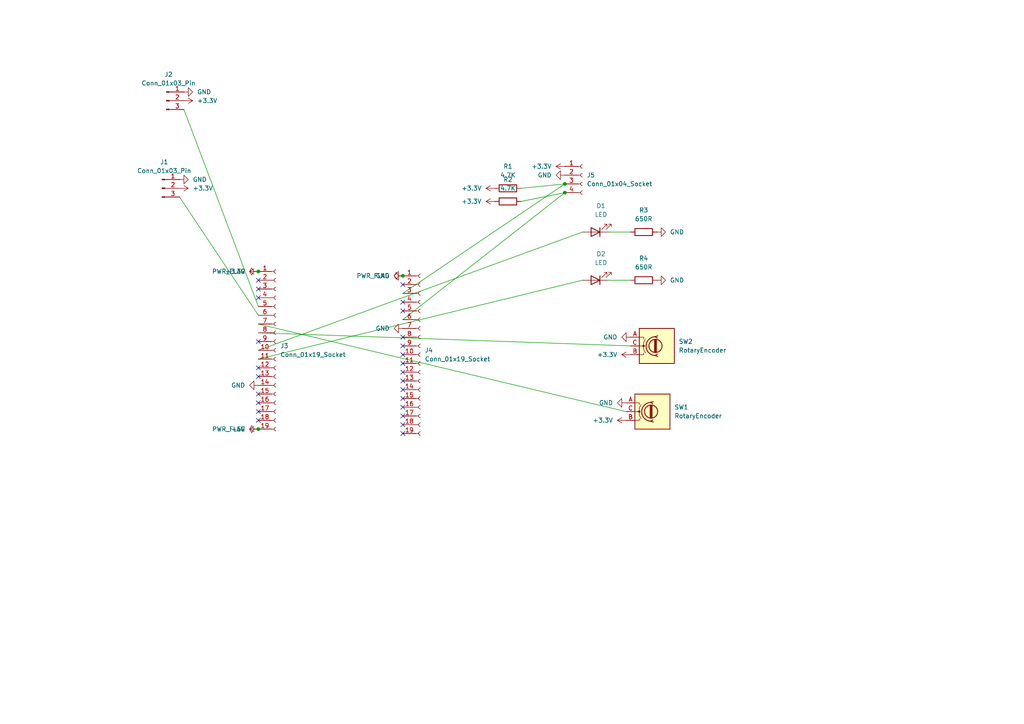
<source format=kicad_sch>
(kicad_sch (version 20250114) (generator "eeschema") (generator_version "9.0")
  (paper "A4")
  (lib_symbols
    (symbol "Connector:Conn_01x03_Pin" (pin_names (offset 1.016) (hide yes))
      (property "Reference" "J" (at 0 5.08 0))
      (property "Value" "Conn_01x03_Pin" (at 0 -5.08 0))
      (symbol "Conn_01x03_Pin_1_1"
        (rectangle (start 0.8636 2.667) (end 0 2.413) (stroke (width 0.1524)) (fill (type outline)))
        (rectangle (start 0.8636 0.127) (end 0 -0.127) (stroke (width 0.1524)) (fill (type outline)))
        (rectangle (start 0.8636 -2.413) (end 0 -2.667) (stroke (width 0.1524)) (fill (type outline)))
        (polyline (pts (xy 1.27 2.54) (xy 0.8636 2.54)) (stroke (width 0.1524)))
        (polyline (pts (xy 1.27 0) (xy 0.8636 0)) (stroke (width 0.1524)))
        (polyline (pts (xy 1.27 -2.54) (xy 0.8636 -2.54)) (stroke (width 0.1524)))
        (pin passive line (at 5.08 2.54 180) (length 3.81) (name "Pin_1") (number "1"))
        (pin passive line (at 5.08 0 180) (length 3.81) (name "Pin_2") (number "2"))
        (pin passive line (at 5.08 -2.54 180) (length 3.81) (name "Pin_3") (number "3"))
      )
    )
    (symbol "Connector:Conn_01x04_Socket" (pin_names (offset 1.016) (hide yes))
      (property "Reference" "J" (at 0 5.08 0))
      (property "Value" "Conn_01x04_Socket" (at 0 -7.62 0))
      (symbol "Conn_01x04_Socket_1_1"
        (polyline (pts (xy -1.27 2.54) (xy -0.508 2.54)) (stroke (width 0.1524)))
        (polyline (pts (xy -1.27 0) (xy -0.508 0)) (stroke (width 0.1524)))
        (polyline (pts (xy -1.27 -2.54) (xy -0.508 -2.54)) (stroke (width 0.1524)))
        (polyline (pts (xy -1.27 -5.08) (xy -0.508 -5.08)) (stroke (width 0.1524)))
        (arc (start 0 2.032) (mid -0.5058 2.54) (end 0 3.048) (stroke (width 0.1524)))
        (arc (start 0 -0.508) (mid -0.5058 0) (end 0 0.508) (stroke (width 0.1524)))
        (arc (start 0 -3.048) (mid -0.5058 -2.54) (end 0 -2.032) (stroke (width 0.1524)))
        (arc (start 0 -5.588) (mid -0.5058 -5.08) (end 0 -4.572) (stroke (width 0.1524)))
        (pin passive line (at -5.08 2.54 0) (length 3.81) (name "Pin_1") (number "1"))
        (pin passive line (at -5.08 0 0) (length 3.81) (name "Pin_2") (number "2"))
        (pin passive line (at -5.08 -2.54 0) (length 3.81) (name "Pin_3") (number "3"))
        (pin passive line (at -5.08 -5.08 0) (length 3.81) (name "Pin_4") (number "4"))
      )
    )
    (symbol "Connector:Conn_01x19_Socket" (pin_names (offset 1.016) (hide yes))
      (property "Reference" "J" (at 0 25.4 0))
      (property "Value" "Conn_01x19_Socket" (at 0 -25.4 0))
      (symbol "Conn_01x19_Socket_1_1"
        (polyline (pts (xy -1.27 22.86) (xy -0.508 22.86)) (stroke (width 0.1524)))
        (polyline (pts (xy -1.27 20.32) (xy -0.508 20.32)) (stroke (width 0.1524)))
        (polyline (pts (xy -1.27 17.78) (xy -0.508 17.78)) (stroke (width 0.1524)))
        (polyline (pts (xy -1.27 15.24) (xy -0.508 15.24)) (stroke (width 0.1524)))
        (polyline (pts (xy -1.27 12.7) (xy -0.508 12.7)) (stroke (width 0.1524)))
        (polyline (pts (xy -1.27 10.16) (xy -0.508 10.16)) (stroke (width 0.1524)))
        (polyline (pts (xy -1.27 7.62) (xy -0.508 7.62)) (stroke (width 0.1524)))
        (polyline (pts (xy -1.27 5.08) (xy -0.508 5.08)) (stroke (width 0.1524)))
        (polyline (pts (xy -1.27 2.54) (xy -0.508 2.54)) (stroke (width 0.1524)))
        (polyline (pts (xy -1.27 0) (xy -0.508 0)) (stroke (width 0.1524)))
        (polyline (pts (xy -1.27 -2.54) (xy -0.508 -2.54)) (stroke (width 0.1524)))
        (polyline (pts (xy -1.27 -5.08) (xy -0.508 -5.08)) (stroke (width 0.1524)))
        (polyline (pts (xy -1.27 -7.62) (xy -0.508 -7.62)) (stroke (width 0.1524)))
        (polyline (pts (xy -1.27 -10.16) (xy -0.508 -10.16)) (stroke (width 0.1524)))
        (polyline (pts (xy -1.27 -12.7) (xy -0.508 -12.7)) (stroke (width 0.1524)))
        (polyline (pts (xy -1.27 -15.24) (xy -0.508 -15.24)) (stroke (width 0.1524)))
        (polyline (pts (xy -1.27 -17.78) (xy -0.508 -17.78)) (stroke (width 0.1524)))
        (polyline (pts (xy -1.27 -20.32) (xy -0.508 -20.32)) (stroke (width 0.1524)))
        (polyline (pts (xy -1.27 -22.86) (xy -0.508 -22.86)) (stroke (width 0.1524)))
        (arc (start 0 22.352) (mid -0.5058 22.86) (end 0 23.368) (stroke (width 0.1524)))
        (arc (start 0 19.812) (mid -0.5058 20.32) (end 0 20.828) (stroke (width 0.1524)))
        (arc (start 0 17.272) (mid -0.5058 17.78) (end 0 18.288) (stroke (width 0.1524)))
        (arc (start 0 14.732) (mid -0.5058 15.24) (end 0 15.748) (stroke (width 0.1524)))
        (arc (start 0 12.192) (mid -0.5058 12.7) (end 0 13.208) (stroke (width 0.1524)))
        (arc (start 0 9.652) (mid -0.5058 10.16) (end 0 10.668) (stroke (width 0.1524)))
        (arc (start 0 7.112) (mid -0.5058 7.62) (end 0 8.128) (stroke (width 0.1524)))
        (arc (start 0 4.572) (mid -0.5058 5.08) (end 0 5.588) (stroke (width 0.1524)))
        (arc (start 0 2.032) (mid -0.5058 2.54) (end 0 3.048) (stroke (width 0.1524)))
        (arc (start 0 -0.508) (mid -0.5058 0) (end 0 0.508) (stroke (width 0.1524)))
        (arc (start 0 -3.048) (mid -0.5058 -2.54) (end 0 -2.032) (stroke (width 0.1524)))
        (arc (start 0 -5.588) (mid -0.5058 -5.08) (end 0 -4.572) (stroke (width 0.1524)))
        (arc (start 0 -8.128) (mid -0.5058 -7.62) (end 0 -7.112) (stroke (width 0.1524)))
        (arc (start 0 -10.668) (mid -0.5058 -10.16) (end 0 -9.652) (stroke (width 0.1524)))
        (arc (start 0 -13.208) (mid -0.5058 -12.7) (end 0 -12.192) (stroke (width 0.1524)))
        (arc (start 0 -15.748) (mid -0.5058 -15.24) (end 0 -14.732) (stroke (width 0.1524)))
        (arc (start 0 -18.288) (mid -0.5058 -17.78) (end 0 -17.272) (stroke (width 0.1524)))
        (arc (start 0 -20.828) (mid -0.5058 -20.32) (end 0 -19.812) (stroke (width 0.1524)))
        (arc (start 0 -23.368) (mid -0.5058 -22.86) (end 0 -22.352) (stroke (width 0.1524)))
        (pin passive line (at -5.08 22.86 0) (length 3.81) (name "Pin_1") (number "1"))
        (pin passive line (at -5.08 20.32 0) (length 3.81) (name "Pin_2") (number "2"))
        (pin passive line (at -5.08 17.78 0) (length 3.81) (name "Pin_3") (number "3"))
        (pin passive line (at -5.08 15.24 0) (length 3.81) (name "Pin_4") (number "4"))
        (pin passive line (at -5.08 12.7 0) (length 3.81) (name "Pin_5") (number "5"))
        (pin passive line (at -5.08 10.16 0) (length 3.81) (name "Pin_6") (number "6"))
        (pin passive line (at -5.08 7.62 0) (length 3.81) (name "Pin_7") (number "7"))
        (pin passive line (at -5.08 5.08 0) (length 3.81) (name "Pin_8") (number "8"))
        (pin passive line (at -5.08 2.54 0) (length 3.81) (name "Pin_9") (number "9"))
        (pin passive line (at -5.08 0 0) (length 3.81) (name "Pin_10") (number "10"))
        (pin passive line (at -5.08 -2.54 0) (length 3.81) (name "Pin_11") (number "11"))
        (pin passive line (at -5.08 -5.08 0) (length 3.81) (name "Pin_12") (number "12"))
        (pin passive line (at -5.08 -7.62 0) (length 3.81) (name "Pin_13") (number "13"))
        (pin passive line (at -5.08 -10.16 0) (length 3.81) (name "Pin_14") (number "14"))
        (pin passive line (at -5.08 -12.7 0) (length 3.81) (name "Pin_15") (number "15"))
        (pin passive line (at -5.08 -15.24 0) (length 3.81) (name "Pin_16") (number "16"))
        (pin passive line (at -5.08 -17.78 0) (length 3.81) (name "Pin_17") (number "17"))
        (pin passive line (at -5.08 -20.32 0) (length 3.81) (name "Pin_18") (number "18"))
        (pin passive line (at -5.08 -22.86 0) (length 3.81) (name "Pin_19") (number "19"))
      )
    )
    (symbol "Device:LED" (pin_numbers (hide yes)) (pin_names (offset 1.016) (hide yes))
      (property "Reference" "D" (at 0 2.54 0))
      (property "Value" "LED" (at 0 -2.54 0))
      (symbol "LED_0_1"
        (polyline (pts (xy -3.048 -0.762) (xy -4.572 -2.286) (xy -3.81 -2.286) (xy -4.572 -2.286) (xy -4.572 -1.524)))
        (polyline (pts (xy -1.778 -0.762) (xy -3.302 -2.286) (xy -2.54 -2.286) (xy -3.302 -2.286) (xy -3.302 -1.524)))
        (polyline (pts (xy -1.27 0) (xy 1.27 0)))
        (polyline (pts (xy -1.27 -1.27) (xy -1.27 1.27)) (stroke (width 0.254)))
        (polyline (pts (xy 1.27 -1.27) (xy 1.27 1.27) (xy -1.27 0) (xy 1.27 -1.27)) (stroke (width 0.254)))
      )
      (symbol "LED_1_1"
        (pin passive line (at -3.81 0 0) (length 2.54) (name "K") (number "1"))
        (pin passive line (at 3.81 0 180) (length 2.54) (name "A") (number "2"))
      )
    )
    (symbol "Device:R" (pin_numbers (hide yes)) (pin_names (offset 0))
      (property "Reference" "R" (at 2.032 0 90))
      (property "Value" "R" (at 0 0 90))
      (symbol "R_0_1"
        (rectangle (start -1.016 -2.54) (end 1.016 2.54) (stroke (width 0.254)))
      )
      (symbol "R_1_1"
        (pin passive line (at 0 3.81 270) (length 1.27) (name "~") (number "1"))
        (pin passive line (at 0 -3.81 90) (length 1.27) (name "~") (number "2"))
      )
    )
    (symbol "Device:RotaryEncoder" (pin_names (offset 0.254) (hide yes))
      (property "Reference" "SW" (at 0 6.604 0))
      (property "Value" "RotaryEncoder" (at 0 -6.604 0))
      (symbol "RotaryEncoder_0_1"
        (rectangle (start -5.08 5.08) (end 5.08 -5.08) (stroke (width 0.254)) (fill (type background)))
        (polyline (pts (xy -5.08 2.54) (xy -3.81 2.54) (xy -3.81 2.032)))
        (polyline (pts (xy -5.08 0) (xy -3.81 0) (xy -3.81 -1.016) (xy -3.302 -2.032)))
        (polyline (pts (xy -5.08 -2.54) (xy -3.81 -2.54) (xy -3.81 -2.032)))
        (polyline (pts (xy -4.318 0) (xy -3.81 0) (xy -3.81 1.016) (xy -3.302 2.032)))
        (circle (center -3.81 0) (radius 0.254) (fill (type outline)))
        (polyline (pts (xy -0.635 -1.778) (xy -0.635 1.778)) (stroke (width 0.254)))
        (circle (center -0.381 0) (radius 1.905) (stroke (width 0.254)))
        (polyline (pts (xy -0.381 -1.778) (xy -0.381 1.778)) (stroke (width 0.254)))
        (arc (start -0.381 -2.794) (mid -3.0988 -0.0635) (end -0.381 2.667) (stroke (width 0.254)))
        (polyline (pts (xy -0.127 1.778) (xy -0.127 -1.778)) (stroke (width 0.254)))
        (polyline (pts (xy 0.254 2.921) (xy -0.508 2.667) (xy 0.127 2.286)) (stroke (width 0.254)))
        (polyline (pts (xy 0.254 -3.048) (xy -0.508 -2.794) (xy 0.127 -2.413)) (stroke (width 0.254)))
      )
      (symbol "RotaryEncoder_1_1"
        (pin passive line (at -7.62 2.54 0) (length 2.54) (name "A") (number "A"))
        (pin passive line (at -7.62 0 0) (length 2.54) (name "C") (number "C"))
        (pin passive line (at -7.62 -2.54 0) (length 2.54) (name "B") (number "B"))
      )
    )
    (symbol "power:+3.3V" (power) (pin_numbers (hide yes)) (pin_names (offset 0) (hide yes))
      (property "Value" "+3.3V" (at 0 3.556 0))
      (symbol "+3.3V_0_1"
        (polyline (pts (xy -0.762 1.27) (xy 0 2.54)))
        (polyline (pts (xy 0 2.54) (xy 0.762 1.27)))
        (polyline (pts (xy 0 0) (xy 0 2.54)))
      )
      (symbol "+3.3V_1_1"
        (pin power_in line (at 0 0 90) (length 0) (name "~") (number "1"))
      )
    )
    (symbol "power:+5V" (power) (pin_numbers (hide yes)) (pin_names (offset 0) (hide yes))
      (property "Value" "+5V" (at 0 3.556 0))
      (symbol "+5V_0_1"
        (polyline (pts (xy -0.762 1.27) (xy 0 2.54)))
        (polyline (pts (xy 0 2.54) (xy 0.762 1.27)))
        (polyline (pts (xy 0 0) (xy 0 2.54)))
      )
      (symbol "+5V_1_1"
        (pin power_in line (at 0 0 90) (length 0) (name "~") (number "1"))
      )
    )
    (symbol "power:GND" (power) (pin_numbers (hide yes)) (pin_names (offset 0) (hide yes))
      (property "Value" "GND" (at 0 -3.81 0))
      (symbol "GND_0_1"
        (polyline (pts (xy 0 0) (xy 0 -1.27) (xy 1.27 -1.27) (xy 0 -2.54) (xy -1.27 -1.27) (xy 0 -1.27)))
      )
      (symbol "GND_1_1"
        (pin power_in line (at 0 0 270) (length 0) (name "~") (number "1"))
      )
    )
    (symbol "power:PWR_FLAG" (power) (pin_numbers (hide yes)) (pin_names (offset 0) (hide yes))
      (property "Value" "PWR_FLAG" (at 0 3.81 0))
      (symbol "PWR_FLAG_0_0"
        (pin power_out line (at 0 0 90) (length 0) (name "~") (number "1"))
      )
      (symbol "PWR_FLAG_0_1"
        (polyline (pts (xy 0 0) (xy 0 1.27) (xy -1.016 1.905) (xy 0 2.54) (xy 1.016 1.905) (xy 0 1.27)))
      )
    )
  )
  (junction (at 74.93 78.74))
  (junction (at 163.83 55.88))
  (junction (at 163.83 53.34))
  (junction (at 74.93 124.46))
  (junction (at 116.84 80.01))
  (no_connect (at 116.84 107.95))
  (no_connect (at 116.84 100.33))
  (no_connect (at 74.93 86.36))
  (no_connect (at 116.84 97.79))
  (no_connect (at 74.93 83.82))
  (no_connect (at 116.84 105.41))
  (no_connect (at 74.93 116.84))
  (no_connect (at 74.93 81.28))
  (no_connect (at 116.84 125.73))
  (no_connect (at 116.84 113.03))
  (no_connect (at 74.93 114.3))
  (no_connect (at 116.84 115.57))
  (no_connect (at 116.84 120.65))
  (no_connect (at 116.84 102.87))
  (no_connect (at 116.84 123.19))
  (no_connect (at 74.93 109.22))
  (no_connect (at 74.93 119.38))
  (no_connect (at 74.93 99.06))
  (no_connect (at 116.84 82.55))
  (no_connect (at 74.93 121.92))
  (no_connect (at 116.84 87.63))
  (no_connect (at 74.93 106.68))
  (no_connect (at 116.84 90.17))
  (no_connect (at 116.84 118.11))
  (no_connect (at 116.84 110.49))
  (wire (pts (xy 163.83 53.34) (xy 116.84 85.09)))
  (wire (pts (xy 176.53 67.31) (xy 182.88 67.31)))
  (wire (pts (xy 163.83 55.88) (xy 151.13 58.42)))
  (wire (pts (xy 176.53 81.28) (xy 182.88 81.28)))
  (wire (pts (xy 163.83 55.88) (xy 116.84 92.71)))
  (wire (pts (xy 52.07 57.15) (xy 74.93 91.44)))
  (wire (pts (xy 182.88 100.33) (xy 74.93 96.52)))
  (wire (pts (xy 74.93 101.6) (xy 168.91 67.31)))
  (wire (pts (xy 181.61 119.38) (xy 74.93 93.98)))
  (wire (pts (xy 163.83 53.34) (xy 151.13 54.61)))
  (wire (pts (xy 53.34 31.75) (xy 74.93 88.9)))
  (wire (pts (xy 74.93 104.14) (xy 168.91 81.28)))
  (symbol (lib_id "Connector:Conn_01x03_Pin") (at 46.99 54.61 0) (unit 1)
    (property "Reference" "J1" (at 47.625 46.99 0))
    (property "Value" "Conn_01x03_Pin" (at 47.625 49.53 0))
    (property "Footprint" "TerminalBlock:TerminalBlock_bornier-3_P5.08mm" (effects (hide yes)))
    (property "Description" "Generic connector, single row, 01x03, script generated" (effects (hide yes)))
  )
  (symbol (lib_id "Device:R") (at 147.32 54.61 90) (unit 1)
    (property "Reference" "R1" (at 147.32 48.26 90))
    (property "Value" "4.7K" (at 147.32 50.8 90))
    (property "Footprint" "Resistor_SMD:R_1206_3216Metric" (effects (hide yes)))
    (property "Description" "Resistor" (effects (hide yes)))
  )
  (symbol (lib_id "power:GND") (at 53.34 26.67 90) (unit 1)
    (property "Reference" "#PWR03" (effects (hide yes)))
    (property "Value" "GND" (at 57.15 26.6699 90) (effects (justify right)))
    (property "Description" "Power symbol creates a global label with name \"GND\" , ground" (effects (hide yes)))
  )
  (symbol (lib_id "Device:RotaryEncoder") (at 189.23 119.38 0) (unit 1)
    (property "Reference" "SW1" (at 195.58 118.1099 0) (effects (justify left)))
    (property "Value" "RotaryEncoder" (at 195.58 120.6499 0) (effects (justify left)))
    (property "Footprint" "Rotary_Encoder:RotaryEncoder_Bourns_Vertical_PEC12R-3x17F-Nxxxx" (effects (hide yes)))
    (property "Description" "Rotary encoder, dual channel, incremental quadrate outputs" (effects (hide yes)))
  )
  (symbol (lib_id "power:GND") (at 182.88 97.79 270) (unit 1)
    (property "Reference" "#PWR016" (effects (hide yes)))
    (property "Value" "GND" (at 179.07 97.7899 90) (effects (justify right)))
    (property "Description" "Power symbol creates a global label with name \"GND\" , ground" (effects (hide yes)))
  )
  (symbol (lib_id "power:+3.3V") (at 53.34 29.21 270) (unit 1)
    (property "Reference" "#PWR04" (effects (hide yes)))
    (property "Value" "+3.3V" (at 57.15 29.2099 90) (effects (justify left)))
    (property "Description" "Power symbol creates a global label with name \"+3.3V\"" (effects (hide yes)))
  )
  (symbol (lib_id "power:GND") (at 52.07 52.07 90) (unit 1)
    (property "Reference" "#PWR01" (effects (hide yes)))
    (property "Value" "GND" (at 55.88 52.0699 90) (effects (justify right)))
    (property "Description" "Power symbol creates a global label with name \"GND\" , ground" (effects (hide yes)))
  )
  (symbol (lib_id "Device:R") (at 186.69 81.28 90) (unit 1)
    (property "Reference" "R4" (at 186.69 74.93 90))
    (property "Value" "650R" (at 186.69 77.47 90))
    (property "Footprint" "Resistor_SMD:R_1206_3216Metric" (effects (hide yes)))
    (property "Description" "Resistor" (effects (hide yes)))
  )
  (symbol (lib_id "power:+3.3V") (at 182.88 102.87 90) (unit 1)
    (property "Reference" "#PWR017" (effects (hide yes)))
    (property "Value" "+3.3V" (at 179.07 102.8699 90) (effects (justify left)))
    (property "Description" "Power symbol creates a global label with name \"+3.3V\"" (effects (hide yes)))
  )
  (symbol (lib_id "power:+3.3V") (at 143.51 54.61 90) (unit 1)
    (property "Reference" "#PWR010" (effects (hide yes)))
    (property "Value" "+3.3V" (at 139.7 54.6099 90) (effects (justify left)))
    (property "Description" "Power symbol creates a global label with name \"+3.3V\"" (effects (hide yes)))
  )
  (symbol (lib_id "Connector:Conn_01x03_Pin") (at 48.26 29.21 0) (unit 1)
    (property "Reference" "J2" (at 48.895 21.59 0))
    (property "Value" "Conn_01x03_Pin" (at 48.895 24.13 0))
    (property "Footprint" "TerminalBlock:TerminalBlock_bornier-3_P5.08mm" (effects (hide yes)))
    (property "Description" "Generic connector, single row, 01x03, script generated" (effects (hide yes)))
  )
  (symbol (lib_id "Connector:Conn_01x19_Socket") (at 121.92 102.87 0) (unit 1)
    (property "Reference" "J4" (at 123.19 101.5999 0) (effects (justify left)))
    (property "Value" "Conn_01x19_Socket" (at 123.19 104.1399 0) (effects (justify left)))
    (property "Footprint" "Connector_PinHeader_2.54mm:PinHeader_1x19_P2.54mm_Vertical" (effects (hide yes)))
    (property "Description" "Generic connector, single row, 01x19, script generated" (effects (hide yes)))
  )
  (symbol (lib_id "power:GND") (at 74.93 111.76 270) (unit 1)
    (property "Reference" "#PWR06" (effects (hide yes)))
    (property "Value" "GND" (at 71.12 111.7599 90) (effects (justify right)))
    (property "Description" "Power symbol creates a global label with name \"GND\" , ground" (effects (hide yes)))
  )
  (symbol (lib_id "Connector:Conn_01x04_Socket") (at 168.91 50.8 0) (unit 1)
    (property "Reference" "J5" (at 170.18 50.7999 0) (effects (justify left)))
    (property "Value" "Conn_01x04_Socket" (at 170.18 53.3399 0) (effects (justify left)))
    (property "Footprint" "Connector_PinHeader_2.54mm:PinHeader_1x04_P2.54mm_Vertical" (effects (hide yes)))
    (property "Description" "Generic connector, single row, 01x04, script generated" (effects (hide yes)))
  )
  (symbol (lib_id "power:+3.3V") (at 143.51 58.42 90) (unit 1)
    (property "Reference" "#PWR011" (effects (hide yes)))
    (property "Value" "+3.3V" (at 139.7 58.4199 90) (effects (justify left)))
    (property "Description" "Power symbol creates a global label with name \"+3.3V\"" (effects (hide yes)))
  )
  (symbol (lib_id "power:GND") (at 190.5 67.31 90) (unit 1)
    (property "Reference" "#PWR018" (effects (hide yes)))
    (property "Value" "GND" (at 194.31 67.3099 90) (effects (justify right)))
    (property "Description" "Power symbol creates a global label with name \"GND\" , ground" (effects (hide yes)))
  )
  (symbol (lib_id "power:+5V") (at 74.93 124.46 90) (unit 1)
    (property "Reference" "#PWR07" (effects (hide yes)))
    (property "Value" "+5V" (at 71.12 124.4599 90) (effects (justify left)))
    (property "Description" "Power symbol creates a global label with name \"+5V\"" (effects (hide yes)))
  )
  (symbol (lib_id "power:PWR_FLAG") (at 74.93 124.46 90) (unit 1)
    (property "Reference" "#FLG02" (effects (hide yes)))
    (property "Value" "PWR_FLAG" (at 71.12 124.4599 90) (effects (justify left)))
    (property "Description" "Special symbol for telling ERC where power comes from" (effects (hide yes)))
  )
  (symbol (lib_id "power:PWR_FLAG") (at 74.93 78.74 90) (unit 1)
    (property "Reference" "#FLG01" (effects (hide yes)))
    (property "Value" "PWR_FLAG" (at 71.12 78.7399 90) (effects (justify left)))
    (property "Description" "Special symbol for telling ERC where power comes from" (effects (hide yes)))
  )
  (symbol (lib_id "power:GND") (at 116.84 95.25 270) (unit 1)
    (property "Reference" "#PWR09" (effects (hide yes)))
    (property "Value" "GND" (at 113.03 95.2499 90) (effects (justify right)))
    (property "Description" "Power symbol creates a global label with name \"GND\" , ground" (effects (hide yes)))
  )
  (symbol (lib_id "power:+3.3V") (at 163.83 48.26 90) (unit 1)
    (property "Reference" "#PWR012" (effects (hide yes)))
    (property "Value" "+3.3V" (at 160.02 48.2599 90) (effects (justify left)))
    (property "Description" "Power symbol creates a global label with name \"+3.3V\"" (effects (hide yes)))
  )
  (symbol (lib_id "Device:LED") (at 172.72 81.28 180) (unit 1)
    (property "Reference" "D2" (at 174.3075 73.66 0))
    (property "Value" "LED" (at 174.3075 76.2 0))
    (property "Footprint" "CustomLibrary:LED_PLCC_2835_AK" (effects (hide yes)))
    (property "Description" "Light emitting diode" (effects (hide yes)))
    (property "Sim.Pins" "1=K 2=A" (effects (hide yes)))
  )
  (symbol (lib_id "power:GND") (at 190.5 81.28 90) (unit 1)
    (property "Reference" "#PWR019" (effects (hide yes)))
    (property "Value" "GND" (at 194.31 81.2799 90) (effects (justify right)))
    (property "Description" "Power symbol creates a global label with name \"GND\" , ground" (effects (hide yes)))
  )
  (symbol (lib_id "power:+3.3V") (at 52.07 54.61 270) (unit 1)
    (property "Reference" "#PWR02" (effects (hide yes)))
    (property "Value" "+3.3V" (at 55.88 54.6099 90) (effects (justify left)))
    (property "Description" "Power symbol creates a global label with name \"+3.3V\"" (effects (hide yes)))
  )
  (symbol (lib_id "power:PWR_FLAG") (at 116.84 80.01 90) (unit 1)
    (property "Reference" "#FLG03" (effects (hide yes)))
    (property "Value" "PWR_FLAG" (at 113.03 80.0099 90) (effects (justify left)))
    (property "Description" "Special symbol for telling ERC where power comes from" (effects (hide yes)))
  )
  (symbol (lib_id "power:GND") (at 116.84 80.01 270) (unit 1)
    (property "Reference" "#PWR08" (effects (hide yes)))
    (property "Value" "GND" (at 113.03 80.0099 90) (effects (justify right)))
    (property "Description" "Power symbol creates a global label with name \"GND\" , ground" (effects (hide yes)))
  )
  (symbol (lib_id "power:GND") (at 163.83 50.8 270) (unit 1)
    (property "Reference" "#PWR013" (effects (hide yes)))
    (property "Value" "GND" (at 160.02 50.7999 90) (effects (justify right)))
    (property "Description" "Power symbol creates a global label with name \"GND\" , ground" (effects (hide yes)))
  )
  (symbol (lib_id "power:+3.3V") (at 74.93 78.74 90) (unit 1)
    (property "Reference" "#PWR05" (effects (hide yes)))
    (property "Value" "+3.3V" (at 71.12 78.7399 90) (effects (justify left)))
    (property "Description" "Power symbol creates a global label with name \"+3.3V\"" (effects (hide yes)))
  )
  (symbol (lib_id "Connector:Conn_01x19_Socket") (at 80.01 101.6 0) (unit 1)
    (property "Reference" "J3" (at 81.28 100.3299 0) (effects (justify left)))
    (property "Value" "Conn_01x19_Socket" (at 81.28 102.8699 0) (effects (justify left)))
    (property "Footprint" "Connector_PinHeader_2.54mm:PinHeader_1x19_P2.54mm_Vertical" (effects (hide yes)))
    (property "Description" "Generic connector, single row, 01x19, script generated" (effects (hide yes)))
  )
  (symbol (lib_id "Device:R") (at 147.32 58.42 90) (unit 1)
    (property "Reference" "R2" (at 147.32 52.07 90))
    (property "Value" "4.7K" (at 147.32 54.61 90))
    (property "Footprint" "Resistor_SMD:R_1206_3216Metric" (effects (hide yes)))
    (property "Description" "Resistor" (effects (hide yes)))
  )
  (symbol (lib_id "Device:LED") (at 172.72 67.31 180) (unit 1)
    (property "Reference" "D1" (at 174.3075 59.69 0))
    (property "Value" "LED" (at 174.3075 62.23 0))
    (property "Footprint" "CustomLibrary:LED_PLCC_2835_AK" (effects (hide yes)))
    (property "Description" "Light emitting diode" (effects (hide yes)))
    (property "Sim.Pins" "1=K 2=A" (effects (hide yes)))
  )
  (symbol (lib_id "Device:RotaryEncoder") (at 190.5 100.33 0) (unit 1)
    (property "Reference" "SW2" (at 196.85 99.0599 0) (effects (justify left)))
    (property "Value" "RotaryEncoder" (at 196.85 101.5999 0) (effects (justify left)))
    (property "Footprint" "Rotary_Encoder:RotaryEncoder_Bourns_Vertical_PEC12R-3x17F-Nxxxx" (effects (hide yes)))
    (property "Description" "Rotary encoder, dual channel, incremental quadrate outputs" (effects (hide yes)))
  )
  (symbol (lib_id "Device:R") (at 186.69 67.31 90) (unit 1)
    (property "Reference" "R3" (at 186.69 60.96 90))
    (property "Value" "650R" (at 186.69 63.5 90))
    (property "Footprint" "Resistor_SMD:R_1206_3216Metric" (effects (hide yes)))
    (property "Description" "Resistor" (effects (hide yes)))
  )
  (symbol (lib_id "power:GND") (at 181.61 116.84 270) (unit 1)
    (property "Reference" "#PWR014" (effects (hide yes)))
    (property "Value" "GND" (at 177.8 116.8399 90) (effects (justify right)))
    (property "Description" "Power symbol creates a global label with name \"GND\" , ground" (effects (hide yes)))
  )
  (symbol (lib_id "power:+3.3V") (at 181.61 121.92 90) (unit 1)
    (property "Reference" "#PWR015" (effects (hide yes)))
    (property "Value" "+3.3V" (at 177.8 121.9199 90) (effects (justify left)))
    (property "Description" "Power symbol creates a global label with name \"+3.3V\"" (effects (hide yes)))
  )
)
</source>
